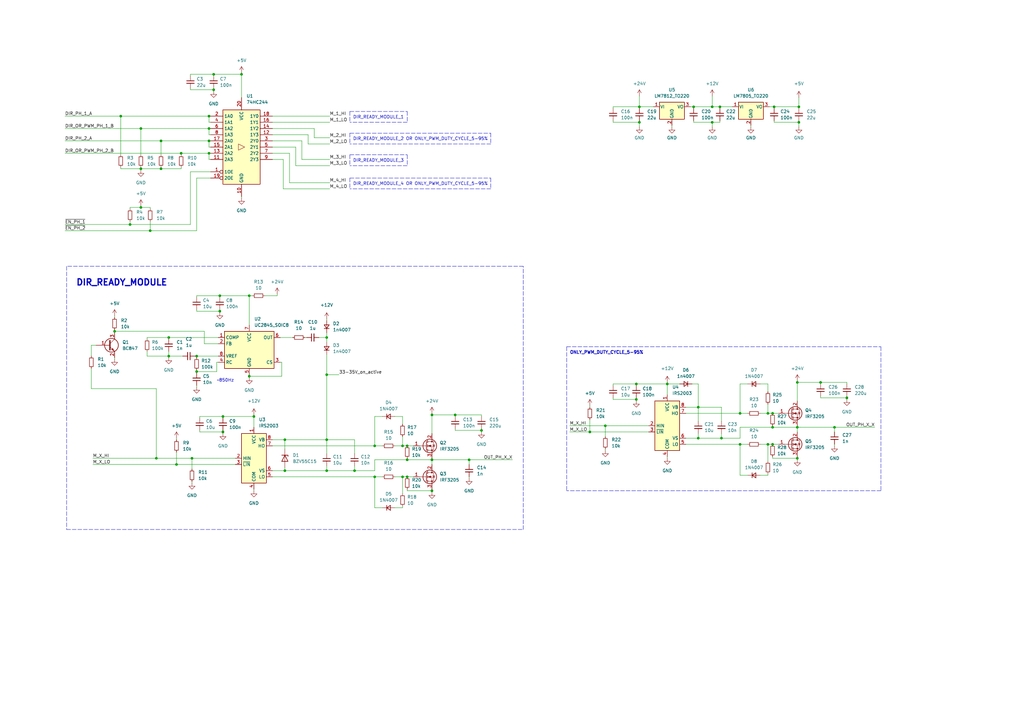
<source format=kicad_sch>
(kicad_sch (version 20211123) (generator eeschema)
  (paper "A3")
  (lib_symbols
    (symbol "74xx:74HC244"
      (property "Reference" "U" (at -7.62 16.51 0))
      (property "Value" "74HC244" (at -7.62 -16.51 0))
      (symbol "74HC244_1_0"
        (pin input inverted (at -12.7 -10.16 0) (length 5.08) (name "1OE") (number "1"))
        (pin power_in line (at 0 -20.32 90) (length 5.08) (name "GND") (number "10"))
        (pin input line (at -12.7 -5.08 0) (length 5.08) (name "2A3") (number "11"))
        (pin tri_state line (at 12.7 5.08 180) (length 5.08) (name "1Y3") (number "12"))
        (pin input line (at -12.7 -2.54 0) (length 5.08) (name "2A2") (number "13"))
        (pin tri_state line (at 12.7 7.62 180) (length 5.08) (name "1Y2") (number "14"))
        (pin input line (at -12.7 0 0) (length 5.08) (name "2A1") (number "15"))
        (pin tri_state line (at 12.7 10.16 180) (length 5.08) (name "1Y1") (number "16"))
        (pin input line (at -12.7 2.54 0) (length 5.08) (name "2A0") (number "17"))
        (pin tri_state line (at 12.7 12.7 180) (length 5.08) (name "1Y0") (number "18"))
        (pin input inverted (at -12.7 -12.7 0) (length 5.08) (name "2OE") (number "19"))
        (pin input line (at -12.7 12.7 0) (length 5.08) (name "1A0") (number "2"))
        (pin power_in line (at 0 20.32 270) (length 5.08) (name "VCC") (number "20"))
        (pin tri_state line (at 12.7 2.54 180) (length 5.08) (name "2Y0") (number "3"))
        (pin input line (at -12.7 10.16 0) (length 5.08) (name "1A1") (number "4"))
        (pin tri_state line (at 12.7 0 180) (length 5.08) (name "2Y1") (number "5"))
        (pin input line (at -12.7 7.62 0) (length 5.08) (name "1A2") (number "6"))
        (pin tri_state line (at 12.7 -2.54 180) (length 5.08) (name "2Y2") (number "7"))
        (pin input line (at -12.7 5.08 0) (length 5.08) (name "1A3") (number "8"))
        (pin tri_state line (at 12.7 -5.08 180) (length 5.08) (name "2Y3") (number "9"))
      )
    )
    (symbol "Device:C_Small" (pin_numbers hide) (pin_names (offset 0.254) hide)
      (property "Reference" "C" (at 0.254 1.778 0))
      (property "Value" "C_Small" (at 0.254 -2.032 0))
      (symbol "C_Small_1_1"
        (pin passive line (at 0 2.54 270) (length 2.032) (name "~") (number "1"))
        (pin passive line (at 0 -2.54 90) (length 2.032) (name "~") (number "2"))
      )
    )
    (symbol "Device:D_Small" (pin_numbers hide) (pin_names (offset 0.254) hide)
      (property "Reference" "D" (at -1.27 2.032 0))
      (property "Value" "D_Small" (at -3.81 -2.032 0))
      (symbol "D_Small_1_1"
        (pin passive line (at -2.54 0 0) (length 1.778) (name "K") (number "1"))
        (pin passive line (at 2.54 0 180) (length 1.778) (name "A") (number "2"))
      )
    )
    (symbol "Device:R_Small" (pin_numbers hide) (pin_names (offset 0.254) hide)
      (property "Reference" "R" (at 0.762 0.508 0))
      (property "Value" "R_Small" (at 0.762 -1.016 0))
      (symbol "R_Small_1_1"
        (pin passive line (at 0 2.54 270) (length 0.762) (name "~") (number "1"))
        (pin passive line (at 0 -2.54 90) (length 0.762) (name "~") (number "2"))
      )
    )
    (symbol "Diode:BZV55C15" (pin_numbers hide) (pin_names hide)
      (property "Reference" "D" (at 0 2.54 0))
      (property "Value" "BZV55C15" (at 0 -2.54 0))
      (symbol "BZV55C15_1_1"
        (pin passive line (at -3.81 0 0) (length 2.54) (name "K") (number "1"))
        (pin passive line (at 3.81 0 180) (length 2.54) (name "A") (number "2"))
      )
    )
    (symbol "Driver_FET:IRS2003"
      (property "Reference" "U" (at 1.27 13.335 0))
      (property "Value" "IRS2003" (at 1.27 11.43 0))
      (symbol "IRS2003_1_1"
        (pin power_in line (at 0 12.7 270) (length 2.54) (name "VCC") (number "1"))
        (pin input line (at -7.62 0 0) (length 2.54) (name "HIN") (number "2"))
        (pin input line (at -7.62 -2.54 0) (length 2.54) (name "~{LIN}") (number "3"))
        (pin power_in line (at 0 -12.7 90) (length 2.54) (name "COM") (number "4"))
        (pin output line (at 7.62 -7.62 180) (length 2.54) (name "LO") (number "5"))
        (pin passive line (at 7.62 -5.08 180) (length 2.54) (name "VS") (number "6"))
        (pin output line (at 7.62 5.08 180) (length 2.54) (name "HO") (number "7"))
        (pin passive line (at 7.62 7.62 180) (length 2.54) (name "VB") (number "8"))
      )
    )
    (symbol "Regulator_Controller:UC3844_SOIC8"
      (property "Reference" "U" (at 3.81 11.43 0))
      (property "Value" "UC3844_SOIC8" (at 3.81 8.89 0))
      (symbol "UC3844_SOIC8_1_1"
        (pin passive line (at -12.7 5.08 0) (length 2.54) (name "COMP") (number "1"))
        (pin input line (at -12.7 2.54 0) (length 2.54) (name "FB") (number "2"))
        (pin input line (at 12.7 -5.08 180) (length 2.54) (name "CS") (number "3"))
        (pin passive line (at -12.7 -5.08 0) (length 2.54) (name "RC") (number "4"))
        (pin power_in line (at 0 -10.16 90) (length 2.54) (name "GND") (number "5"))
        (pin output line (at 12.7 5.08 180) (length 2.54) (name "OUT") (number "6"))
        (pin power_in line (at 0 10.16 270) (length 2.54) (name "VCC") (number "7"))
        (pin power_out line (at -12.7 -2.54 0) (length 2.54) (name "VREF") (number "8"))
      )
    )
    (symbol "Regulator_Linear:LM7805_TO220" (pin_names (offset 0.254))
      (property "Reference" "U" (at -3.81 3.175 0))
      (property "Value" "LM7805_TO220" (at 0 3.175 0))
      (symbol "LM7805_TO220_1_1"
        (pin power_in line (at -7.62 0 0) (length 2.54) (name "VI") (number "1"))
        (pin power_in line (at 0 -7.62 90) (length 2.54) (name "GND") (number "2"))
        (pin power_out line (at 7.62 0 180) (length 2.54) (name "VO") (number "3"))
      )
    )
    (symbol "Regulator_Linear:LM7812_TO220" (pin_names (offset 0.254))
      (property "Reference" "U" (at -3.81 3.175 0))
      (property "Value" "LM7812_TO220" (at 0 3.175 0))
      (symbol "LM7812_TO220_1_1"
        (pin power_in line (at -7.62 0 0) (length 2.54) (name "VI") (number "1"))
        (pin power_in line (at 0 -7.62 90) (length 2.54) (name "GND") (number "2"))
        (pin power_out line (at 7.62 0 180) (length 2.54) (name "VO") (number "3"))
      )
    )
    (symbol "Transistor_BJT:BC847" (pin_names (offset 0) hide)
      (property "Reference" "Q" (at 5.08 1.905 0))
      (property "Value" "BC847" (at 5.08 0 0))
      (symbol "BC847_1_1"
        (pin input line (at -5.08 0 0) (length 5.715) (name "B") (number "1"))
        (pin passive line (at 2.54 -5.08 90) (length 2.54) (name "E") (number "2"))
        (pin passive line (at 2.54 5.08 270) (length 2.54) (name "C") (number "3"))
      )
    )
    (symbol "Transistor_FET:IRF3205" (pin_names hide)
      (property "Reference" "Q" (at 6.35 1.905 0))
      (property "Value" "IRF3205" (at 6.35 0 0))
      (symbol "IRF3205_1_1"
        (pin input line (at -5.08 0 0) (length 2.54) (name "G") (number "1"))
        (pin passive line (at 2.54 5.08 270) (length 2.54) (name "D") (number "2"))
        (pin passive line (at 2.54 -5.08 90) (length 2.54) (name "S") (number "3"))
      )
    )
    (symbol "power:+12V" (power) (pin_names (offset 0))
      (property "Value" "+12V" (at 0 3.556 0))
      (symbol "+12V_1_1"
        (pin power_in line (at 0 0 90) (length 0) hide (name "+12V") (number "1"))
      )
    )
    (symbol "power:+24V" (power) (pin_names (offset 0))
      (property "Value" "+24V" (at 0 3.556 0))
      (symbol "+24V_1_1"
        (pin power_in line (at 0 0 90) (length 0) hide (name "+24V") (number "1"))
      )
    )
    (symbol "power:+5V" (power) (pin_names (offset 0))
      (property "Value" "+5V" (at 0 3.556 0))
      (symbol "+5V_1_1"
        (pin power_in line (at 0 0 90) (length 0) hide (name "+5V") (number "1"))
      )
    )
    (symbol "power:GND" (power) (pin_names (offset 0))
      (property "Value" "GND" (at 0 -3.81 0))
      (symbol "GND_1_1"
        (pin power_in line (at 0 0 270) (length 0) hide (name "GND") (number "1"))
      )
    )
  )
  (junction (at 286.385 167.005))
  (junction (at 295.275 43.815))
  (junction (at 241.935 177.165))
  (junction (at 317.5 43.815))
  (junction (at 91.44 170.815))
  (junction (at 133.985 193.04))
  (junction (at 64.135 187.96))
  (junction (at 90.17 127.635))
  (junction (at 85.725 52.705))
  (junction (at 133.985 153.67))
  (junction (at 153.67 182.88))
  (junction (at 327.025 187.96))
  (junction (at 316.865 169.545))
  (junction (at 57.785 69.215))
  (junction (at 104.14 170.815))
  (junction (at 248.285 174.625))
  (junction (at 91.44 177.165))
  (junction (at 347.345 163.195))
  (junction (at 102.235 154.305))
  (junction (at 197.485 176.53))
  (junction (at 46.99 135.89))
  (junction (at 69.215 138.43))
  (junction (at 342.265 175.26))
  (junction (at 314.96 182.245))
  (junction (at 260.985 163.83))
  (junction (at 262.255 50.165))
  (junction (at 177.165 188.595))
  (junction (at 327.025 156.845))
  (junction (at 167.005 195.58))
  (junction (at 303.53 182.245))
  (junction (at 295.91 179.705))
  (junction (at 316.865 175.26))
  (junction (at 87.63 36.83))
  (junction (at 303.53 169.545))
  (junction (at 273.685 157.48))
  (junction (at 327.025 175.26))
  (junction (at 133.985 180.34))
  (junction (at 53.34 92.075))
  (junction (at 61.595 94.615))
  (junction (at 99.06 30.48))
  (junction (at 74.295 62.865))
  (junction (at 167.005 182.88))
  (junction (at 260.985 157.48))
  (junction (at 133.985 138.43))
  (junction (at 90.17 121.285))
  (junction (at 153.67 195.58))
  (junction (at 78.74 187.96))
  (junction (at 167.005 188.595))
  (junction (at 85.725 47.625))
  (junction (at 116.84 180.34))
  (junction (at 57.785 52.705))
  (junction (at 49.53 47.625))
  (junction (at 57.785 85.09))
  (junction (at 66.04 69.215))
  (junction (at 327.66 43.815))
  (junction (at 165.1 195.58))
  (junction (at 177.165 170.18))
  (junction (at 72.39 190.5))
  (junction (at 186.69 170.18))
  (junction (at 192.405 188.595))
  (junction (at 286.385 179.705))
  (junction (at 66.04 57.785))
  (junction (at 116.84 193.04))
  (junction (at 292.1 43.815))
  (junction (at 85.725 57.785))
  (junction (at 177.165 201.295))
  (junction (at 145.415 193.04))
  (junction (at 292.1 50.165))
  (junction (at 165.1 182.88))
  (junction (at 262.255 43.815))
  (junction (at 336.55 156.845))
  (junction (at 69.215 146.05))
  (junction (at 316.865 182.245))
  (junction (at 327.66 50.165))
  (junction (at 102.235 121.285))
  (junction (at 80.645 146.05))
  (junction (at 80.645 152.4))
  (junction (at 314.96 169.545))
  (junction (at 284.48 43.815))
  (junction (at 87.63 30.48))
  (junction (at 85.725 62.865))
  (wire (pts (xy 303.53 194.945) (xy 303.53 182.245)))
  (wire (pts (xy 61.595 90.805) (xy 61.595 94.615)))
  (wire (pts (xy 80.01 146.05) (xy 80.645 146.05)))
  (wire (pts (xy 80.645 94.615) (xy 80.645 73.025)))
  (wire (pts (xy 121.285 67.945) (xy 135.255 67.945)))
  (wire (pts (xy 99.06 80.645) (xy 99.06 81.28)))
  (wire (pts (xy 342.265 175.26) (xy 358.775 175.26)))
  (polyline (pts (xy 361.315 142.24) (xy 361.315 201.295)))
  (wire (pts (xy 275.59 51.435) (xy 275.59 52.07)))
  (wire (pts (xy 317.5 43.815) (xy 317.5 44.45)))
  (wire (pts (xy 114.935 148.59) (xy 115.57 148.59)))
  (wire (pts (xy 116.84 193.04) (xy 111.76 193.04)))
  (wire (pts (xy 69.215 138.43) (xy 69.215 139.065)))
  (wire (pts (xy 87.63 36.83) (xy 87.63 36.195)))
  (wire (pts (xy 85.725 55.245) (xy 85.725 52.705)))
  (wire (pts (xy 292.1 39.37) (xy 292.1 43.815)))
  (wire (pts (xy 314.96 165.735) (xy 314.96 169.545)))
  (wire (pts (xy 91.44 176.53) (xy 91.44 177.165)))
  (wire (pts (xy 251.46 49.53) (xy 251.46 50.165)))
  (wire (pts (xy 111.76 195.58) (xy 153.67 195.58)))
  (wire (pts (xy 153.67 188.595) (xy 153.67 193.04)))
  (wire (pts (xy 161.925 182.88) (xy 165.1 182.88)))
  (wire (pts (xy 133.985 180.34) (xy 133.985 186.055)))
  (wire (pts (xy 74.295 69.215) (xy 66.04 69.215)))
  (wire (pts (xy 165.1 170.815) (xy 161.925 170.815)))
  (wire (pts (xy 165.1 195.58) (xy 167.005 195.58)))
  (wire (pts (xy 347.345 156.845) (xy 336.55 156.845)))
  (wire (pts (xy 90.17 127.635) (xy 90.17 128.27)))
  (wire (pts (xy 37.465 159.385) (xy 64.135 159.385)))
  (wire (pts (xy 85.725 62.865) (xy 86.36 62.865)))
  (wire (pts (xy 123.825 57.785) (xy 123.825 65.405)))
  (wire (pts (xy 327.025 174.625) (xy 327.025 175.26)))
  (wire (pts (xy 57.785 52.705) (xy 85.725 52.705)))
  (wire (pts (xy 80.645 121.285) (xy 90.17 121.285)))
  (wire (pts (xy 327.66 43.815) (xy 327.66 44.45)))
  (wire (pts (xy 260.985 164.465) (xy 260.985 163.83)))
  (wire (pts (xy 78.105 70.485) (xy 78.105 92.075)))
  (wire (pts (xy 78.105 70.485) (xy 86.36 70.485)))
  (polyline (pts (xy 201.295 77.47) (xy 143.51 77.47)))
  (wire (pts (xy 57.785 69.215) (xy 57.785 69.85)))
  (wire (pts (xy 336.55 162.56) (xy 336.55 163.195)))
  (wire (pts (xy 303.53 175.26) (xy 303.53 179.705)))
  (wire (pts (xy 251.46 157.48) (xy 260.985 157.48)))
  (wire (pts (xy 85.725 57.785) (xy 86.36 57.785)))
  (wire (pts (xy 26.67 94.615) (xy 61.595 94.615)))
  (wire (pts (xy 177.165 169.545) (xy 177.165 170.18)))
  (wire (pts (xy 115.57 154.305) (xy 102.235 154.305)))
  (wire (pts (xy 126.365 59.055) (xy 135.255 59.055)))
  (polyline (pts (xy 201.295 73.025) (xy 201.295 77.47)))
  (wire (pts (xy 286.385 167.005) (xy 286.385 172.72)))
  (wire (pts (xy 37.465 151.13) (xy 37.465 159.385)))
  (wire (pts (xy 60.325 138.43) (xy 69.215 138.43)))
  (polyline (pts (xy 214.63 217.17) (xy 214.63 109.22)))
  (wire (pts (xy 57.785 84.455) (xy 57.785 85.09)))
  (wire (pts (xy 103.505 121.285) (xy 102.235 121.285)))
  (wire (pts (xy 78.105 36.83) (xy 87.63 36.83)))
  (polyline (pts (xy 167.005 50.165) (xy 143.51 50.165)))
  (wire (pts (xy 281.305 169.545) (xy 303.53 169.545)))
  (wire (pts (xy 303.53 179.705) (xy 295.91 179.705)))
  (wire (pts (xy 262.255 39.37) (xy 262.255 43.815)))
  (wire (pts (xy 38.1 187.96) (xy 64.135 187.96)))
  (wire (pts (xy 91.44 170.815) (xy 104.14 170.815)))
  (wire (pts (xy 165.1 173.99) (xy 165.1 170.815)))
  (wire (pts (xy 311.785 169.545) (xy 314.96 169.545)))
  (wire (pts (xy 317.5 50.165) (xy 327.66 50.165)))
  (wire (pts (xy 177.165 201.295) (xy 177.165 201.93)))
  (wire (pts (xy 292.1 50.165) (xy 292.1 52.07)))
  (wire (pts (xy 336.55 157.48) (xy 336.55 156.845)))
  (polyline (pts (xy 167.005 67.945) (xy 143.51 67.945)))
  (wire (pts (xy 317.5 43.815) (xy 327.66 43.815)))
  (wire (pts (xy 49.53 47.625) (xy 49.53 63.5)))
  (wire (pts (xy 85.725 65.405) (xy 85.725 62.865)))
  (wire (pts (xy 284.48 43.815) (xy 292.1 43.815)))
  (wire (pts (xy 74.295 62.865) (xy 74.295 63.5)))
  (wire (pts (xy 273.685 157.48) (xy 273.685 161.925)))
  (wire (pts (xy 99.06 30.48) (xy 99.06 40.005)))
  (wire (pts (xy 145.415 186.055) (xy 145.415 180.34)))
  (wire (pts (xy 262.255 50.165) (xy 262.255 49.53)))
  (wire (pts (xy 284.48 43.815) (xy 284.48 44.45)))
  (wire (pts (xy 241.935 172.085) (xy 241.935 177.165)))
  (wire (pts (xy 248.285 174.625) (xy 248.285 179.07)))
  (wire (pts (xy 66.04 68.58) (xy 66.04 69.215)))
  (wire (pts (xy 186.69 176.53) (xy 197.485 176.53)))
  (wire (pts (xy 26.67 62.865) (xy 74.295 62.865)))
  (wire (pts (xy 116.205 77.47) (xy 135.255 77.47)))
  (wire (pts (xy 85.725 52.705) (xy 86.36 52.705)))
  (polyline (pts (xy 167.005 45.72) (xy 167.005 50.165)))
  (wire (pts (xy 314.96 182.245) (xy 316.865 182.245)))
  (wire (pts (xy 165.1 207.645) (xy 165.1 208.28)))
  (polyline (pts (xy 27.305 217.17) (xy 214.63 217.17)))
  (wire (pts (xy 116.205 65.405) (xy 116.205 77.47)))
  (polyline (pts (xy 232.41 142.24) (xy 361.315 142.24)))
  (wire (pts (xy 80.645 127) (xy 80.645 127.635)))
  (wire (pts (xy 251.46 50.165) (xy 262.255 50.165)))
  (wire (pts (xy 233.68 174.625) (xy 248.285 174.625)))
  (wire (pts (xy 251.46 163.195) (xy 251.46 163.83)))
  (wire (pts (xy 327.025 156.21) (xy 327.025 156.845)))
  (wire (pts (xy 153.67 170.815) (xy 153.67 182.88)))
  (wire (pts (xy 53.34 85.725) (xy 53.34 85.09)))
  (wire (pts (xy 286.385 177.8) (xy 286.385 179.705)))
  (wire (pts (xy 262.255 50.165) (xy 262.255 52.07)))
  (wire (pts (xy 121.285 60.325) (xy 121.285 67.945)))
  (wire (pts (xy 74.295 68.58) (xy 74.295 69.215)))
  (wire (pts (xy 133.985 191.135) (xy 133.985 193.04)))
  (wire (pts (xy 60.325 146.05) (xy 60.325 144.145)))
  (wire (pts (xy 153.67 208.28) (xy 153.67 195.58)))
  (wire (pts (xy 66.04 69.215) (xy 57.785 69.215)))
  (wire (pts (xy 104.14 170.815) (xy 104.14 175.26)))
  (wire (pts (xy 342.265 175.26) (xy 342.265 177.165)))
  (wire (pts (xy 113.665 121.285) (xy 108.585 121.285)))
  (wire (pts (xy 327.025 187.96) (xy 327.025 188.595)))
  (wire (pts (xy 177.165 188.595) (xy 192.405 188.595)))
  (wire (pts (xy 102.235 154.94) (xy 102.235 154.305)))
  (wire (pts (xy 165.1 195.58) (xy 165.1 202.565)))
  (wire (pts (xy 284.48 50.165) (xy 292.1 50.165)))
  (wire (pts (xy 314.96 157.48) (xy 311.785 157.48)))
  (wire (pts (xy 116.84 180.34) (xy 116.84 184.15)))
  (wire (pts (xy 133.985 145.415) (xy 133.985 153.67)))
  (wire (pts (xy 316.865 174.625) (xy 316.865 175.26)))
  (wire (pts (xy 167.005 195.58) (xy 169.545 195.58)))
  (wire (pts (xy 281.305 182.245) (xy 303.53 182.245)))
  (wire (pts (xy 186.69 170.18) (xy 197.485 170.18)))
  (wire (pts (xy 69.215 146.05) (xy 69.215 146.685)))
  (wire (pts (xy 248.285 184.15) (xy 248.285 184.785)))
  (polyline (pts (xy 143.51 54.61) (xy 143.51 59.055)))
  (wire (pts (xy 153.67 188.595) (xy 167.005 188.595)))
  (wire (pts (xy 53.34 85.09) (xy 57.785 85.09)))
  (wire (pts (xy 153.67 182.88) (xy 156.845 182.88)))
  (wire (pts (xy 133.985 193.04) (xy 116.84 193.04)))
  (polyline (pts (xy 143.51 63.5) (xy 167.005 63.5)))
  (wire (pts (xy 311.785 194.945) (xy 314.96 194.945)))
  (wire (pts (xy 72.39 179.705) (xy 72.39 180.34)))
  (wire (pts (xy 241.935 177.165) (xy 266.065 177.165)))
  (wire (pts (xy 186.69 175.895) (xy 186.69 176.53)))
  (wire (pts (xy 161.925 208.28) (xy 165.1 208.28)))
  (wire (pts (xy 292.1 50.165) (xy 295.275 50.165)))
  (wire (pts (xy 80.645 158.115) (xy 80.645 158.75)))
  (polyline (pts (xy 167.005 63.5) (xy 167.005 67.945)))
  (wire (pts (xy 251.46 163.83) (xy 260.985 163.83)))
  (wire (pts (xy 347.345 163.195) (xy 336.55 163.195)))
  (wire (pts (xy 145.415 191.135) (xy 145.415 193.04)))
  (wire (pts (xy 316.865 187.96) (xy 327.025 187.96)))
  (wire (pts (xy 87.63 36.83) (xy 87.63 37.465)))
  (wire (pts (xy 78.74 197.485) (xy 78.74 198.12)))
  (polyline (pts (xy 214.63 109.22) (xy 27.305 109.22)))
  (wire (pts (xy 307.975 51.435) (xy 307.975 52.07)))
  (wire (pts (xy 116.84 191.77) (xy 116.84 193.04)))
  (wire (pts (xy 165.1 182.88) (xy 167.005 182.88)))
  (wire (pts (xy 156.845 170.815) (xy 153.67 170.815)))
  (wire (pts (xy 69.215 138.43) (xy 89.535 138.43)))
  (wire (pts (xy 26.67 52.705) (xy 57.785 52.705)))
  (wire (pts (xy 128.905 52.705) (xy 128.905 56.515)))
  (wire (pts (xy 177.165 170.18) (xy 177.165 177.8)))
  (wire (pts (xy 26.67 47.625) (xy 49.53 47.625)))
  (wire (pts (xy 295.275 43.815) (xy 300.355 43.815)))
  (wire (pts (xy 126.365 55.245) (xy 126.365 59.055)))
  (wire (pts (xy 111.76 65.405) (xy 116.205 65.405)))
  (wire (pts (xy 111.76 182.88) (xy 153.67 182.88)))
  (wire (pts (xy 46.99 135.89) (xy 83.82 135.89)))
  (wire (pts (xy 303.53 157.48) (xy 303.53 169.545)))
  (wire (pts (xy 130.81 138.43) (xy 133.985 138.43)))
  (wire (pts (xy 111.76 62.865) (xy 118.745 62.865)))
  (wire (pts (xy 88.9 148.59) (xy 88.9 152.4)))
  (wire (pts (xy 61.595 85.09) (xy 61.595 85.725)))
  (polyline (pts (xy 143.51 63.5) (xy 143.51 67.945)))
  (wire (pts (xy 303.53 169.545) (xy 306.705 169.545)))
  (wire (pts (xy 74.93 146.05) (xy 69.215 146.05)))
  (wire (pts (xy 89.535 146.05) (xy 80.645 146.05)))
  (wire (pts (xy 316.865 187.325) (xy 316.865 187.96)))
  (wire (pts (xy 81.915 177.165) (xy 91.44 177.165)))
  (wire (pts (xy 66.04 57.785) (xy 66.04 63.5)))
  (wire (pts (xy 114.935 138.43) (xy 120.015 138.43)))
  (wire (pts (xy 260.985 163.195) (xy 260.985 163.83)))
  (wire (pts (xy 177.165 188.595) (xy 177.165 190.5)))
  (wire (pts (xy 78.74 187.96) (xy 78.74 192.405)))
  (wire (pts (xy 327.025 175.26) (xy 316.865 175.26)))
  (wire (pts (xy 87.63 30.48) (xy 87.63 31.115)))
  (wire (pts (xy 167.005 182.88) (xy 169.545 182.88)))
  (wire (pts (xy 74.295 62.865) (xy 85.725 62.865)))
  (wire (pts (xy 87.63 30.48) (xy 99.06 30.48)))
  (wire (pts (xy 314.96 169.545) (xy 316.865 169.545)))
  (wire (pts (xy 347.345 156.845) (xy 347.345 157.48)))
  (wire (pts (xy 49.53 47.625) (xy 85.725 47.625)))
  (wire (pts (xy 78.105 31.115) (xy 78.105 30.48)))
  (wire (pts (xy 197.485 176.53) (xy 197.485 177.165)))
  (wire (pts (xy 26.67 57.785) (xy 66.04 57.785)))
  (wire (pts (xy 111.76 180.34) (xy 116.84 180.34)))
  (wire (pts (xy 113.665 120.65) (xy 113.665 121.285)))
  (wire (pts (xy 273.685 156.845) (xy 273.685 157.48)))
  (wire (pts (xy 46.99 135.89) (xy 46.99 136.525)))
  (wire (pts (xy 145.415 193.04) (xy 133.985 193.04)))
  (wire (pts (xy 133.985 138.43) (xy 133.985 140.335)))
  (wire (pts (xy 327.025 156.845) (xy 327.025 164.465)))
  (wire (pts (xy 192.405 195.58) (xy 192.405 196.215)))
  (wire (pts (xy 46.99 135.255) (xy 46.99 135.89)))
  (wire (pts (xy 26.67 92.075) (xy 53.34 92.075)))
  (wire (pts (xy 80.645 73.025) (xy 86.36 73.025)))
  (wire (pts (xy 311.785 182.245) (xy 314.96 182.245)))
  (wire (pts (xy 78.105 36.195) (xy 78.105 36.83)))
  (wire (pts (xy 78.105 30.48) (xy 87.63 30.48)))
  (wire (pts (xy 295.91 177.8) (xy 295.91 179.705)))
  (wire (pts (xy 61.595 94.615) (xy 80.645 94.615)))
  (wire (pts (xy 111.76 47.625) (xy 135.255 47.625)))
  (wire (pts (xy 316.865 169.545) (xy 319.405 169.545)))
  (wire (pts (xy 233.68 177.165) (xy 241.935 177.165)))
  (wire (pts (xy 91.44 171.45) (xy 91.44 170.815)))
  (polyline (pts (xy 143.51 45.72) (xy 143.51 50.165)))
  (wire (pts (xy 86.36 60.325) (xy 85.725 60.325)))
  (wire (pts (xy 125.095 138.43) (xy 125.73 138.43)))
  (wire (pts (xy 283.845 157.48) (xy 286.385 157.48)))
  (wire (pts (xy 295.275 43.815) (xy 295.275 44.45)))
  (wire (pts (xy 104.14 170.18) (xy 104.14 170.815)))
  (wire (pts (xy 286.385 179.705) (xy 281.305 179.705)))
  (wire (pts (xy 292.1 43.815) (xy 295.275 43.815)))
  (polyline (pts (xy 143.51 45.72) (xy 167.005 45.72)))
  (wire (pts (xy 102.235 133.35) (xy 102.235 121.285)))
  (wire (pts (xy 102.235 153.67) (xy 102.235 154.305)))
  (wire (pts (xy 153.67 195.58) (xy 156.845 195.58)))
  (wire (pts (xy 99.06 29.845) (xy 99.06 30.48)))
  (wire (pts (xy 53.34 90.805) (xy 53.34 92.075)))
  (wire (pts (xy 327.025 175.26) (xy 327.025 177.165)))
  (wire (pts (xy 90.17 121.285) (xy 90.17 121.92)))
  (wire (pts (xy 64.135 187.96) (xy 78.74 187.96)))
  (wire (pts (xy 186.69 170.815) (xy 186.69 170.18)))
  (wire (pts (xy 295.275 50.165) (xy 295.275 49.53)))
  (polyline (pts (xy 361.315 201.295) (xy 232.41 201.295)))
  (polyline (pts (xy 143.51 73.025) (xy 143.51 77.47)))
  (wire (pts (xy 286.385 157.48) (xy 286.385 167.005)))
  (wire (pts (xy 80.645 152.4) (xy 80.645 153.035)))
  (wire (pts (xy 273.685 157.48) (xy 278.765 157.48)))
  (wire (pts (xy 167.005 201.295) (xy 177.165 201.295)))
  (wire (pts (xy 260.985 158.115) (xy 260.985 157.48)))
  (wire (pts (xy 327.66 50.165) (xy 327.66 49.53)))
  (wire (pts (xy 306.705 194.945) (xy 303.53 194.945)))
  (wire (pts (xy 177.165 200.66) (xy 177.165 201.295)))
  (wire (pts (xy 251.46 43.815) (xy 251.46 44.45)))
  (wire (pts (xy 177.165 170.18) (xy 186.69 170.18)))
  (polyline (pts (xy 27.305 109.22) (xy 27.305 217.17)))
  (wire (pts (xy 128.905 56.515) (xy 135.255 56.515)))
  (wire (pts (xy 156.845 208.28) (xy 153.67 208.28)))
  (wire (pts (xy 317.5 49.53) (xy 317.5 50.165)))
  (wire (pts (xy 286.385 167.005) (xy 295.91 167.005)))
  (wire (pts (xy 57.785 68.58) (xy 57.785 69.215)))
  (wire (pts (xy 89.535 148.59) (xy 88.9 148.59)))
  (wire (pts (xy 177.165 188.595) (xy 167.005 188.595)))
  (wire (pts (xy 192.405 188.595) (xy 192.405 190.5)))
  (wire (pts (xy 316.865 182.245) (xy 319.405 182.245)))
  (wire (pts (xy 72.39 190.5) (xy 96.52 190.5)))
  (wire (pts (xy 111.76 52.705) (xy 128.905 52.705)))
  (wire (pts (xy 267.97 43.815) (xy 262.255 43.815)))
  (wire (pts (xy 37.465 141.605) (xy 37.465 146.05)))
  (wire (pts (xy 295.91 172.72) (xy 295.91 167.005)))
  (wire (pts (xy 177.165 187.96) (xy 177.165 188.595)))
  (wire (pts (xy 104.14 200.66) (xy 104.14 201.295)))
  (wire (pts (xy 327.66 43.815) (xy 327.66 40.005)))
  (wire (pts (xy 60.325 138.43) (xy 60.325 139.065)))
  (wire (pts (xy 197.485 170.815) (xy 197.485 170.18)))
  (wire (pts (xy 66.04 57.785) (xy 85.725 57.785)))
  (wire (pts (xy 248.285 174.625) (xy 266.065 174.625)))
  (wire (pts (xy 72.39 185.42) (xy 72.39 190.5)))
  (wire (pts (xy 111.76 50.165) (xy 135.255 50.165)))
  (polyline (pts (xy 143.51 54.61) (xy 201.295 54.61)))
  (wire (pts (xy 197.485 175.895) (xy 197.485 176.53)))
  (wire (pts (xy 241.935 166.37) (xy 241.935 167.005)))
  (wire (pts (xy 314.96 160.655) (xy 314.96 157.48)))
  (wire (pts (xy 260.985 157.48) (xy 273.685 157.48)))
  (wire (pts (xy 57.785 85.09) (xy 61.595 85.09)))
  (wire (pts (xy 167.005 200.66) (xy 167.005 201.295)))
  (wire (pts (xy 303.53 182.245) (xy 306.705 182.245)))
  (wire (pts (xy 86.36 55.245) (xy 85.725 55.245)))
  (wire (pts (xy 81.915 170.815) (xy 91.44 170.815)))
  (wire (pts (xy 85.725 60.325) (xy 85.725 57.785)))
  (wire (pts (xy 90.17 127.635) (xy 90.17 127)))
  (wire (pts (xy 118.745 74.93) (xy 135.255 74.93)))
  (wire (pts (xy 133.985 130.81) (xy 133.985 131.445)))
  (wire (pts (xy 57.785 52.705) (xy 57.785 63.5)))
  (wire (pts (xy 57.785 69.215) (xy 49.53 69.215)))
  (wire (pts (xy 327.025 175.26) (xy 342.265 175.26)))
  (wire (pts (xy 85.725 50.165) (xy 85.725 47.625)))
  (wire (pts (xy 38.1 190.5) (xy 72.39 190.5)))
  (wire (pts (xy 86.36 50.165) (xy 85.725 50.165)))
  (wire (pts (xy 69.215 146.05) (xy 60.325 146.05)))
  (wire (pts (xy 192.405 188.595) (xy 210.185 188.595)))
  (polyline (pts (xy 143.51 73.025) (xy 201.295 73.025)))
  (wire (pts (xy 347.345 163.195) (xy 347.345 163.83)))
  (wire (pts (xy 80.645 121.92) (xy 80.645 121.285)))
  (wire (pts (xy 133.985 138.43) (xy 133.985 136.525)))
  (wire (pts (xy 80.645 146.05) (xy 80.645 146.685)))
  (wire (pts (xy 347.345 162.56) (xy 347.345 163.195)))
  (wire (pts (xy 281.305 167.005) (xy 286.385 167.005)))
  (wire (pts (xy 78.74 187.96) (xy 96.52 187.96)))
  (wire (pts (xy 111.76 55.245) (xy 126.365 55.245)))
  (wire (pts (xy 161.925 195.58) (xy 165.1 195.58)))
  (wire (pts (xy 327.025 187.325) (xy 327.025 187.96)))
  (wire (pts (xy 115.57 148.59) (xy 115.57 154.305)))
  (wire (pts (xy 303.53 175.26) (xy 316.865 175.26)))
  (wire (pts (xy 88.9 152.4) (xy 80.645 152.4)))
  (wire (pts (xy 283.21 43.815) (xy 284.48 43.815)))
  (wire (pts (xy 81.915 176.53) (xy 81.915 177.165)))
  (wire (pts (xy 123.825 65.405) (xy 135.255 65.405)))
  (wire (pts (xy 273.685 187.325) (xy 273.685 187.96)))
  (wire (pts (xy 314.96 182.245) (xy 314.96 189.23)))
  (wire (pts (xy 116.84 180.34) (xy 133.985 180.34)))
  (wire (pts (xy 102.235 121.285) (xy 90.17 121.285)))
  (wire (pts (xy 86.36 65.405) (xy 85.725 65.405)))
  (wire (pts (xy 81.915 170.815) (xy 81.915 171.45)))
  (wire (pts (xy 85.725 47.625) (xy 86.36 47.625)))
  (wire (pts (xy 315.595 43.815) (xy 317.5 43.815)))
  (polyline (pts (xy 201.295 54.61) (xy 201.295 59.055)))
  (wire (pts (xy 111.76 60.325) (xy 121.285 60.325)))
  (wire (pts (xy 262.255 43.815) (xy 251.46 43.815)))
  (wire (pts (xy 53.34 92.075) (xy 78.105 92.075)))
  (wire (pts (xy 295.91 179.705) (xy 286.385 179.705)))
  (wire (pts (xy 133.985 153.67) (xy 133.985 180.34)))
  (polyline (pts (xy 201.295 59.055) (xy 143.51 59.055)))
  (wire (pts (xy 64.135 159.385) (xy 64.135 187.96)))
  (wire (pts (xy 91.44 177.8) (xy 91.44 177.165)))
  (wire (pts (xy 342.265 182.245) (xy 342.265 182.88)))
  (wire (pts (xy 133.985 153.67) (xy 139.065 153.67)))
  (wire (pts (xy 306.705 157.48) (xy 303.53 157.48)))
  (wire (pts (xy 327.025 156.845) (xy 336.55 156.845)))
  (wire (pts (xy 46.99 146.685) (xy 46.99 147.32)))
  (wire (pts (xy 167.005 187.96) (xy 167.005 188.595)))
  (wire (pts (xy 39.37 141.605) (xy 37.465 141.605)))
  (wire (pts (xy 49.53 69.215) (xy 49.53 68.58)))
  (wire (pts (xy 111.76 57.785) (xy 123.825 57.785)))
  (wire (pts (xy 80.645 151.765) (xy 80.645 152.4)))
  (wire (pts (xy 284.48 49.53) (xy 284.48 50.165)))
  (wire (pts (xy 46.99 129.54) (xy 46.99 130.175)))
  (polyline (pts (xy 232.41 142.24) (xy 232.41 201.295)))
  (wire (pts (xy 145.415 180.34) (xy 133.985 180.34)))
  (wire (pts (xy 327.66 50.165) (xy 327.66 52.07)))
  (wire (pts (xy 314.96 194.31) (xy 314.96 194.945)))
  (wire (pts (xy 251.46 157.48) (xy 251.46 158.115)))
  (wire (pts (xy 153.67 193.04) (xy 145.415 193.04)))
  (wire (pts (xy 80.645 127.635) (xy 90.17 127.635)))
  (wire (pts (xy 118.745 62.865) (xy 118.745 74.93)))
  (wire (pts (xy 69.215 144.145) (xy 69.215 146.05)))
  (wire (pts (xy 262.255 43.815) (xy 262.255 44.45)))
  (wire (pts (xy 83.82 140.97) (xy 83.82 135.89)))
  (wire (pts (xy 165.1 179.07) (xy 165.1 182.88)))
  (wire (pts (xy 89.535 140.97) (xy 83.82 140.97)))
  (text "DIR_READY_MODULE_4 OR ONLY_PWM_DUTY_CYCLE_5-95%" (at 144.78 76.2 0) (effects (font (size 1.27 1.27)) (justify left bottom)))
  (text "DIR_READY_MODULE_3" (at 144.78 66.675 0) (effects (font (size 1.27 1.27)) (justify left bottom)))
  (text "DIR_READY_MODULE_2 OR ONLY_PWM_DUTY_CYCLE_5-95%" (at 144.78 57.785 0) (effects (font (size 1.27 1.27)) (justify left bottom)))
  (text "ONLY_PWM_DUTY_CYCLE_5-95%" (at 233.68 145.415 0) (effects (font (size 1.27 1.27) (thickness 0.254) bold) (justify left bottom)))
  (text "DIR_READY_MODULE" (at 31.115 117.475 0) (effects (font (size 2.54 2.54) (thickness 0.508) bold) (justify left bottom)))
  (text "~850Hz" (at 88.9 156.845 0) (effects (font (size 1.27 1.27)) (justify left bottom)))
  (text "DIR_READY_MODULE_1" (at 144.78 48.895 0) (effects (font (size 1.27 1.27)) (justify left bottom)))
  (label "DIR_PH_1_A" (at 26.67 47.625 0))
  (label "DIR_OR_PWM_PH_1_B" (at 26.67 52.705 0))
  (label "M_X_HI" (at 233.68 174.625 0))
  (label "M_X_LO" (at 38.1 190.5 0))
  (label "OUT_PH_X_X" (at 210.185 188.595 180))
  (label "M_3_HI" (at 135.255 65.405 0))
  (label "M_2_HI" (at 135.255 56.515 0))
  (label "M_4_HI" (at 135.255 74.93 0))
  (label "M_1_HI" (at 135.255 47.625 0))
  (label "DIR_PH_2_A" (at 26.67 57.785 0))
  (label "DIR_OR_PWM_PH_2_B" (at 26.67 62.865 0))
  (label "M_1_LO" (at 135.255 50.165 0))
  (label "M_4_LO" (at 135.255 77.47 0))
  (label "M_3_LO" (at 135.255 67.945 0))
  (label "M_X_LO" (at 233.68 177.165 0))
  (label "33-35V_on_active" (at 139.065 153.67 0))
  (label "OUT_PH_X_X" (at 358.775 175.26 180))
  (label "~{EN_PH_2}" (at 26.67 94.615 0))
  (label "M_X_HI" (at 38.1 187.96 0))
  (label "~{EN_PH_1}" (at 26.67 92.075 0))
  (label "M_2_LO" (at 135.255 59.055 0))
  (symbol (lib_id "power:GND") (at 104.14 201.295 0) (unit 1)
    (property "Reference" "#PWR016" (effects hide))
    (property "Value" "GND" (at 104.14 206.375 0))
  )
  (symbol (lib_id "Device:C_Small") (at 145.415 188.595 0) (unit 1)
    (property "Reference" "C12" (at 147.955 187.3312 0) (effects (justify left)))
    (property "Value" "10n" (at 147.955 189.8712 0) (effects (justify left)))
  )
  (symbol (lib_id "Device:C_Small") (at 197.485 173.355 0) (unit 1)
    (property "Reference" "C15" (at 200.66 172.0912 0) (effects (justify left)))
    (property "Value" "220u" (at 200.66 174.6312 0) (effects (justify left)))
  )
  (symbol (lib_id "Device:R_Small") (at 53.34 88.265 180) (unit 1)
    (property "Reference" "R4" (at 55.88 86.9949 0) (effects (justify right)))
    (property "Value" "10k" (at 55.88 89.5349 0) (effects (justify right)))
  )
  (symbol (lib_id "power:GND") (at 327.66 52.07 0) (unit 1)
    (property "Reference" "#PWR037" (effects hide))
    (property "Value" "GND" (at 327.66 56.515 0))
  )
  (symbol (lib_id "Device:C_Small") (at 90.17 124.46 0) (unit 1)
    (property "Reference" "C8" (at 92.71 123.1962 0) (effects (justify left)))
    (property "Value" "100n" (at 92.71 125.7362 0) (effects (justify left)))
  )
  (symbol (lib_id "Device:D_Small") (at 309.245 194.945 0) (unit 1)
    (property "Reference" "D8" (at 309.245 189.23 0))
    (property "Value" "1N4007" (at 309.245 191.77 0))
  )
  (symbol (lib_id "Device:C_Small") (at 81.915 173.99 0) (unit 1)
    (property "Reference" "C6" (at 84.455 172.7262 0) (effects (justify left)))
    (property "Value" "10u" (at 84.455 175.2662 0) (effects (justify left)))
  )
  (symbol (lib_id "Device:R_Small") (at 106.045 121.285 270) (unit 1)
    (property "Reference" "R13" (at 106.045 115.57 90))
    (property "Value" "10" (at 106.045 118.11 90))
  )
  (symbol (lib_id "Device:R_Small") (at 167.005 198.12 180) (unit 1)
    (property "Reference" "R20" (at 168.91 196.8499 0) (effects (justify right)))
    (property "Value" "10k" (at 168.91 199.3899 0) (effects (justify right)))
  )
  (symbol (lib_id "Device:C_Small") (at 260.985 160.655 0) (unit 1)
    (property "Reference" "C18" (at 263.525 159.3912 0) (effects (justify left)))
    (property "Value" "100n" (at 263.525 161.9312 0) (effects (justify left)))
  )
  (symbol (lib_id "Device:C_Small") (at 192.405 193.04 0) (unit 1)
    (property "Reference" "C14" (at 195.58 191.7762 0) (effects (justify left)))
    (property "Value" "1n" (at 195.58 194.3162 0) (effects (justify left)))
  )
  (symbol (lib_id "power:GND") (at 99.06 81.28 0) (unit 1)
    (property "Reference" "#PWR013" (effects hide))
    (property "Value" "GND" (at 99.06 86.36 0))
  )
  (symbol (lib_id "Device:R_Small") (at 49.53 66.04 0) (unit 1)
    (property "Reference" "R3" (at 52.07 64.7699 0) (effects (justify left)))
    (property "Value" "10k" (at 52.07 67.3099 0) (effects (justify left)))
  )
  (symbol (lib_id "power:+12V") (at 133.985 130.81 0) (unit 1)
    (property "Reference" "#PWR018" (effects hide))
    (property "Value" "+12V" (at 133.985 125.095 0))
  )
  (symbol (lib_id "Device:C_Small") (at 347.345 160.02 0) (unit 1)
    (property "Reference" "C28" (at 350.52 158.7562 0) (effects (justify left)))
    (property "Value" "220u" (at 350.52 161.2962 0) (effects (justify left)))
  )
  (symbol (lib_id "Device:C_Small") (at 284.48 46.99 0) (unit 1)
    (property "Reference" "C20" (at 287.655 45.7262 0) (effects (justify left)))
    (property "Value" "100n" (at 287.655 48.2662 0) (effects (justify left)))
  )
  (symbol (lib_id "power:+5V") (at 72.39 179.705 0) (unit 1)
    (property "Reference" "#PWR06" (effects hide))
    (property "Value" "+5V" (at 72.39 174.625 0))
  )
  (symbol (lib_id "Device:R_Small") (at 60.325 141.605 0) (unit 1)
    (property "Reference" "R6" (at 62.23 140.3349 0) (effects (justify left)))
    (property "Value" "100k" (at 62.23 142.8749 0) (effects (justify left)))
  )
  (symbol (lib_id "Device:R_Small") (at 46.99 132.715 180) (unit 1)
    (property "Reference" "R2" (at 49.53 131.4449 0) (effects (justify right)))
    (property "Value" "10k" (at 49.53 133.9849 0) (effects (justify right)))
  )
  (symbol (lib_id "Device:D_Small") (at 281.305 157.48 180) (unit 1)
    (property "Reference" "D6" (at 281.305 151.765 0))
    (property "Value" "1n4007" (at 281.305 154.305 0))
  )
  (symbol (lib_id "Device:D_Small") (at 159.385 208.28 0) (unit 1)
    (property "Reference" "D5" (at 159.385 202.565 0))
    (property "Value" "1N4007" (at 159.385 205.105 0))
  )
  (symbol (lib_id "Device:R_Small") (at 57.785 66.04 0) (unit 1)
    (property "Reference" "R5" (at 60.325 64.7699 0) (effects (justify left)))
    (property "Value" "10k" (at 60.325 67.3099 0) (effects (justify left)))
  )
  (symbol (lib_id "power:GND") (at 292.1 52.07 0) (unit 1)
    (property "Reference" "#PWR032" (effects hide))
    (property "Value" "GND" (at 292.1 56.515 0))
  )
  (symbol (lib_id "power:GND") (at 197.485 177.165 0) (unit 1)
    (property "Reference" "#PWR022" (effects hide))
    (property "Value" "GND" (at 197.485 182.245 0))
  )
  (symbol (lib_id "Device:R_Small") (at 314.96 163.195 180) (unit 1)
    (property "Reference" "R25" (at 316.865 161.9249 0) (effects (justify right)))
    (property "Value" "10" (at 316.865 164.4649 0) (effects (justify right)))
  )
  (symbol (lib_id "power:+24V") (at 177.165 169.545 0) (unit 1)
    (property "Reference" "#PWR019" (effects hide))
    (property "Value" "+24V" (at 177.165 164.465 0))
  )
  (symbol (lib_id "Device:R_Small") (at 309.245 182.245 90) (unit 1)
    (property "Reference" "R24" (at 309.245 176.53 90))
    (property "Value" "10" (at 309.245 179.07 90))
  )
  (symbol (lib_id "Device:C_Small") (at 251.46 46.99 0) (unit 1)
    (property "Reference" "C16" (at 254.635 45.7262 0) (effects (justify left)))
    (property "Value" "100n" (at 254.635 48.2662 0) (effects (justify left)))
  )
  (symbol (lib_id "Device:R_Small") (at 316.865 184.785 180) (unit 1)
    (property "Reference" "R28" (at 318.77 183.5149 0) (effects (justify right)))
    (property "Value" "10k" (at 318.77 186.0549 0) (effects (justify right)))
  )
  (symbol (lib_id "power:GND") (at 78.74 198.12 0) (unit 1)
    (property "Reference" "#PWR07" (effects hide))
    (property "Value" "GND" (at 78.74 203.2 0))
  )
  (symbol (lib_id "power:GND") (at 347.345 163.83 0) (unit 1)
    (property "Reference" "#PWR039" (effects hide))
    (property "Value" "GND" (at 347.345 168.91 0))
  )
  (symbol (lib_id "power:GND") (at 90.17 128.27 0) (unit 1)
    (property "Reference" "#PWR010" (effects hide))
    (property "Value" "GND" (at 90.17 133.35 0))
  )
  (symbol (lib_id "Device:C_Small") (at 317.5 46.99 0) (unit 1)
    (property "Reference" "C24" (at 320.04 45.7262 0) (effects (justify left)))
    (property "Value" "100n" (at 320.04 48.2662 0) (effects (justify left)))
  )
  (symbol (lib_id "power:+12V") (at 104.14 170.18 0) (unit 1)
    (property "Reference" "#PWR015" (effects hide))
    (property "Value" "+12V" (at 104.14 164.465 0))
  )
  (symbol (lib_id "Device:C_Small") (at 80.645 124.46 0) (unit 1)
    (property "Reference" "C4" (at 83.185 123.1962 0) (effects (justify left)))
    (property "Value" "10u" (at 83.185 125.7362 0) (effects (justify left)))
  )
  (symbol (lib_id "power:GND") (at 69.215 146.685 0) (unit 1)
    (property "Reference" "#PWR05" (effects hide))
    (property "Value" "GND" (at 69.215 151.765 0))
  )
  (symbol (lib_id "power:+12V") (at 292.1 39.37 0) (unit 1)
    (property "Reference" "#PWR031" (effects hide))
    (property "Value" "+12V" (at 292.1 34.29 0))
  )
  (symbol (lib_id "Regulator_Linear:LM7812_TO220") (at 275.59 43.815 0) (unit 1)
    (property "Reference" "U5" (at 275.59 36.83 0))
    (property "Value" "LM7812_TO220" (at 275.59 39.37 0))
    (property "Footprint" "Package_TO_SOT_THT:TO-220-3_Vertical" (effects hide))
    (property "Datasheet" "https://www.onsemi.cn/PowerSolutions/document/MC7800-D.PDF" (effects hide))
  )
  (symbol (lib_id "Device:R_Small") (at 78.74 194.945 180) (unit 1)
    (property "Reference" "R11" (at 81.28 193.6749 0) (effects (justify right)))
    (property "Value" "10k" (at 81.28 196.2149 0) (effects (justify right)))
  )
  (symbol (lib_id "Device:C_Small") (at 69.215 141.605 180) (unit 1)
    (property "Reference" "C1" (at 72.39 140.3285 0) (effects (justify right)))
    (property "Value" "1n" (at 72.39 142.8685 0) (effects (justify right)))
  )
  (symbol (lib_id "Device:C_Small") (at 262.255 46.99 0) (unit 1)
    (property "Reference" "C19" (at 265.43 45.7262 0) (effects (justify left)))
    (property "Value" "22u" (at 265.43 48.2662 0) (effects (justify left)))
  )
  (symbol (lib_id "power:GND") (at 342.265 182.88 0) (unit 1)
    (property "Reference" "#PWR038" (effects hide))
    (property "Value" "GND" (at 342.265 187.96 0))
  )
  (symbol (lib_id "Device:C_Small") (at 77.47 146.05 270) (unit 1)
    (property "Reference" "C2" (at 77.4636 139.065 90))
    (property "Value" "1u" (at 77.4636 141.605 90))
  )
  (symbol (lib_id "Regulator_Linear:LM7805_TO220") (at 307.975 43.815 0) (unit 1)
    (property "Reference" "U6" (at 307.975 36.83 0))
    (property "Value" "LM7805_TO220" (at 307.975 39.37 0))
    (property "Footprint" "Package_TO_SOT_THT:TO-220-3_Vertical" (effects hide))
    (property "Datasheet" "https://www.onsemi.cn/PowerSolutions/document/MC7800-D.PDF" (effects hide))
  )
  (symbol (lib_id "Device:R_Small") (at 165.1 176.53 180) (unit 1)
    (property "Reference" "R17" (at 167.005 175.2599 0) (effects (justify right)))
    (property "Value" "10" (at 167.005 177.7999 0) (effects (justify right)))
  )
  (symbol (lib_id "Transistor_FET:IRF3205") (at 324.485 169.545 0) (unit 1)
    (property "Reference" "Q4" (at 330.2 168.2749 0) (effects (justify left)))
    (property "Value" "IRF3205" (at 330.2 170.8149 0) (effects (justify left)))
    (property "Footprint" "Package_TO_SOT_THT:TO-220-3_Vertical" (effects hide))
    (property "Datasheet" "http://www.irf.com/product-info/datasheets/data/irf3205.pdf" (effects hide))
  )
  (symbol (lib_id "Device:R_Small") (at 66.04 66.04 0) (unit 1)
    (property "Reference" "R8" (at 68.58 64.7699 0) (effects (justify left)))
    (property "Value" "10k" (at 68.58 67.3099 0) (effects (justify left)))
  )
  (symbol (lib_id "Device:C_Small") (at 295.275 46.99 0) (unit 1)
    (property "Reference" "C22" (at 297.815 45.7262 0) (effects (justify left)))
    (property "Value" "22u" (at 297.815 48.2662 0) (effects (justify left)))
  )
  (symbol (lib_id "power:GND") (at 177.165 201.93 0) (unit 1)
    (property "Reference" "#PWR020" (effects hide))
    (property "Value" "GND" (at 177.165 207.01 0))
  )
  (symbol (lib_id "Device:D_Small") (at 159.385 170.815 0) (unit 1)
    (property "Reference" "D4" (at 159.385 165.1 0))
    (property "Value" "1N4007" (at 159.385 167.64 0))
  )
  (symbol (lib_id "Transistor_BJT:BC847") (at 44.45 141.605 0) (unit 1)
    (property "Reference" "Q1" (at 50.165 140.3349 0) (effects (justify left)))
    (property "Value" "BC847" (at 50.165 142.8749 0) (effects (justify left)))
    (property "Footprint" "Package_TO_SOT_SMD:SOT-23" (effects hide))
    (property "Datasheet" "http://www.infineon.com/dgdl/Infineon-BC847SERIES_BC848SERIES_BC849SERIES_BC850SERIES-DS-v01_01-en.pdf?fileId=db3a304314dca389011541d4630a1657" (effects hide))
  )
  (symbol (lib_id "power:GND") (at 91.44 177.8 0) (unit 1)
    (property "Reference" "#PWR011" (effects hide))
    (property "Value" "GND" (at 91.44 182.88 0))
  )
  (symbol (lib_id "power:GND") (at 102.235 154.94 0) (unit 1)
    (property "Reference" "#PWR014" (effects hide))
    (property "Value" "GND" (at 102.235 160.02 0))
  )
  (symbol (lib_id "Device:C_Small") (at 286.385 175.26 0) (unit 1)
    (property "Reference" "C21" (at 288.925 173.9962 0) (effects (justify left)))
    (property "Value" "10u" (at 288.925 176.5362 0) (effects (justify left)))
  )
  (symbol (lib_id "Device:C_Small") (at 78.105 33.655 0) (unit 1)
    (property "Reference" "C3" (at 80.645 32.3912 0) (effects (justify left)))
    (property "Value" "22u" (at 80.645 34.9312 0) (effects (justify left)))
  )
  (symbol (lib_id "Device:R_Small") (at 37.465 148.59 180) (unit 1)
    (property "Reference" "R1" (at 40.005 147.3199 0) (effects (justify right)))
    (property "Value" "10k" (at 40.005 149.8599 0) (effects (justify right)))
  )
  (symbol (lib_id "Driver_FET:IRS2003") (at 104.14 187.96 0) (unit 1)
    (property "Reference" "U3" (at 106.1594 172.085 0) (effects (justify left)))
    (property "Value" "IRS2003" (at 106.1594 174.625 0) (effects (justify left)))
    (property "Datasheet" "https://www.infineon.com/dgdl/irs2003pbf.pdf?fileId=5546d462533600a401535675afec2780" (effects hide))
  )
  (symbol (lib_id "Device:R_Small") (at 241.935 169.545 180) (unit 1)
    (property "Reference" "R21" (at 244.475 168.2749 0) (effects (justify right)))
    (property "Value" "10k" (at 244.475 170.8149 0) (effects (justify right)))
  )
  (symbol (lib_id "Device:C_Small") (at 133.985 188.595 0) (unit 1)
    (property "Reference" "C11" (at 136.525 187.3312 0) (effects (justify left)))
    (property "Value" "10u" (at 136.525 189.8712 0) (effects (justify left)))
  )
  (symbol (lib_id "power:+5V") (at 99.06 29.845 0) (unit 1)
    (property "Reference" "#PWR012" (effects hide))
    (property "Value" "+5V" (at 99.06 24.765 0))
  )
  (symbol (lib_id "Device:R_Small") (at 167.005 185.42 180) (unit 1)
    (property "Reference" "R19" (at 168.91 184.1499 0) (effects (justify right)))
    (property "Value" "10k" (at 168.91 186.6899 0) (effects (justify right)))
  )
  (symbol (lib_id "Device:R_Small") (at 165.1 205.105 180) (unit 1)
    (property "Reference" "R18" (at 167.005 203.8349 0) (effects (justify right)))
    (property "Value" "10" (at 167.005 206.3749 0) (effects (justify right)))
  )
  (symbol (lib_id "Transistor_FET:IRF3205") (at 174.625 195.58 0) (unit 1)
    (property "Reference" "Q3" (at 180.34 194.3099 0) (effects (justify left)))
    (property "Value" "IRF3205" (at 180.34 196.8499 0) (effects (justify left)))
    (property "Footprint" "Package_TO_SOT_THT:TO-220-3_Vertical" (effects hide))
    (property "Datasheet" "http://www.irf.com/product-info/datasheets/data/irf3205.pdf" (effects hide))
  )
  (symbol (lib_id "Device:D_Small") (at 133.985 142.875 90) (unit 1)
    (property "Reference" "D3" (at 136.525 141.6049 90) (effects (justify right)))
    (property "Value" "1n4007" (at 136.525 144.1449 90) (effects (justify right)))
  )
  (symbol (lib_id "power:+12V") (at 273.685 156.845 0) (unit 1)
    (property "Reference" "#PWR028" (effects hide))
    (property "Value" "+12V" (at 273.685 151.13 0))
  )
  (symbol (lib_id "power:GND") (at 275.59 52.07 0) (unit 1)
    (property "Reference" "#PWR030" (effects hide))
    (property "Value" "GND" (at 275.59 56.515 0))
  )
  (symbol (lib_id "power:+24V") (at 262.255 39.37 0) (unit 1)
    (property "Reference" "#PWR026" (effects hide))
    (property "Value" "+24V" (at 262.255 34.29 0))
  )
  (symbol (lib_id "Transistor_FET:IRF3205") (at 324.485 182.245 0) (unit 1)
    (property "Reference" "Q5" (at 330.2 180.9749 0) (effects (justify left)))
    (property "Value" "IRF3205" (at 330.2 183.5149 0) (effects (justify left)))
    (property "Footprint" "Package_TO_SOT_THT:TO-220-3_Vertical" (effects hide))
    (property "Datasheet" "http://www.irf.com/product-info/datasheets/data/irf3205.pdf" (effects hide))
  )
  (symbol (lib_id "Device:R_Small") (at 122.555 138.43 270) (unit 1)
    (property "Reference" "R14" (at 122.555 132.08 90))
    (property "Value" "10" (at 122.555 134.62 90))
  )
  (symbol (lib_id "power:+5V") (at 241.935 166.37 0) (unit 1)
    (property "Reference" "#PWR023" (effects hide))
    (property "Value" "+5V" (at 241.935 161.29 0))
  )
  (symbol (lib_id "power:+5V") (at 46.99 129.54 0) (unit 1)
    (property "Reference" "#PWR01" (effects hide))
    (property "Value" "+5V" (at 46.99 124.46 0))
  )
  (symbol (lib_id "power:GND") (at 327.025 188.595 0) (unit 1)
    (property "Reference" "#PWR035" (effects hide))
    (property "Value" "GND" (at 327.025 193.675 0))
  )
  (symbol (lib_id "Device:R_Small") (at 80.645 149.225 0) (unit 1)
    (property "Reference" "R12" (at 82.55 147.9549 0) (effects (justify left)))
    (property "Value" "100k" (at 82.55 150.4949 0) (effects (justify left)))
  )
  (symbol (lib_id "power:+5V") (at 327.66 40.005 0) (unit 1)
    (property "Reference" "#PWR036" (effects hide))
    (property "Value" "+5V" (at 327.66 34.29 0))
  )
  (symbol (lib_id "Device:C_Small") (at 128.27 138.43 90) (unit 1)
    (property "Reference" "C10" (at 128.2763 132.08 90))
    (property "Value" "1u" (at 128.2763 134.62 90))
  )
  (symbol (lib_id "Device:C_Small") (at 295.91 175.26 0) (unit 1)
    (property "Reference" "C23" (at 298.45 173.9962 0) (effects (justify left)))
    (property "Value" "10n" (at 298.45 176.5362 0) (effects (justify left)))
  )
  (symbol (lib_id "power:GND") (at 46.99 147.32 0) (unit 1)
    (property "Reference" "#PWR02" (effects hide))
    (property "Value" "GND" (at 46.99 152.4 0))
  )
  (symbol (lib_id "Device:C_Small") (at 342.265 179.705 0) (unit 1)
    (property "Reference" "C27" (at 345.44 178.4412 0) (effects (justify left)))
    (property "Value" "1n" (at 345.44 180.9812 0) (effects (justify left)))
  )
  (symbol (lib_id "power:GND") (at 57.785 69.85 0) (unit 1)
    (property "Reference" "#PWR03" (effects hide))
    (property "Value" "GND" (at 57.785 74.93 0))
  )
  (symbol (lib_id "power:GND") (at 262.255 52.07 0) (unit 1)
    (property "Reference" "#PWR027" (effects hide))
    (property "Value" "GND" (at 262.255 56.515 0))
  )
  (symbol (lib_id "power:GND") (at 192.405 196.215 0) (unit 1)
    (property "Reference" "#PWR021" (effects hide))
    (property "Value" "GND" (at 192.405 201.295 0))
  )
  (symbol (lib_id "power:GND") (at 260.985 164.465 0) (unit 1)
    (property "Reference" "#PWR025" (effects hide))
    (property "Value" "GND" (at 260.985 169.545 0))
  )
  (symbol (lib_id "Device:R_Small") (at 61.595 88.265 180) (unit 1)
    (property "Reference" "R7" (at 64.135 86.9949 0) (effects (justify right)))
    (property "Value" "10k" (at 64.135 89.5349 0) (effects (justify right)))
  )
  (symbol (lib_id "Device:C_Small") (at 87.63 33.655 0) (unit 1)
    (property "Reference" "C7" (at 90.17 32.3912 0) (effects (justify left)))
    (property "Value" "100n" (at 90.17 34.9312 0) (effects (justify left)))
  )
  (symbol (lib_id "power:GND") (at 248.285 184.785 0) (unit 1)
    (property "Reference" "#PWR024" (effects hide))
    (property "Value" "GND" (at 248.285 189.865 0))
  )
  (symbol (lib_id "Device:R_Small") (at 248.285 181.61 180) (unit 1)
    (property "Reference" "R22" (at 250.825 180.3399 0) (effects (justify right)))
    (property "Value" "10k" (at 250.825 182.8799 0) (effects (justify right)))
  )
  (symbol (lib_id "Device:D_Small") (at 309.245 157.48 0) (unit 1)
    (property "Reference" "D7" (at 309.245 151.765 0))
    (property "Value" "1N4007" (at 309.245 154.305 0))
  )
  (symbol (lib_id "Regulator_Controller:UC3844_SOIC8") (at 102.235 143.51 0) (unit 1)
    (property "Reference" "U2" (at 104.2544 130.81 0) (effects (justify left)))
    (property "Value" "UC2845_SOIC8" (at 104.2544 133.35 0) (effects (justify left)))
    (property "Footprint" "Package_SO:SOIC-8_3.9x4.9mm_P1.27mm" (effects hide))
    (property "Datasheet" "http://www.ti.com/lit/ds/symlink/uc3842.pdf" (effects hide))
  )
  (symbol (lib_id "Device:C_Small") (at 80.645 155.575 180) (unit 1)
    (property "Reference" "C5" (at 83.185 154.2985 0) (effects (justify right)))
    (property "Value" "10n" (at 83.185 156.8385 0) (effects (justify right)))
  )
  (symbol (lib_id "Device:C_Small") (at 251.46 160.655 0) (unit 1)
    (property "Reference" "C17" (at 254.635 159.3912 0) (effects (justify left)))
    (property "Value" "10u" (at 254.635 161.9312 0) (effects (justify left)))
  )
  (symbol (lib_id "74xx:74HC244") (at 99.06 60.325 0) (unit 1)
    (property "Reference" "U1" (at 101.0794 39.37 0) (effects (justify left)))
    (property "Value" "74HC244" (at 101.0794 41.91 0) (effects (justify left)))
    (property "Datasheet" "https://assets.nexperia.com/documents/data-sheet/74HC_HCT244.pdf" (effects hide))
  )
  (symbol (lib_id "power:GND") (at 307.975 52.07 0) (unit 1)
    (property "Reference" "#PWR033" (effects hide))
    (property "Value" "GND" (at 307.975 56.515 0))
  )
  (symbol (lib_id "Device:C_Small") (at 91.44 173.99 0) (unit 1)
    (property "Reference" "C9" (at 93.98 172.7262 0) (effects (justify left)))
    (property "Value" "100n" (at 93.98 175.2662 0) (effects (justify left)))
  )
  (symbol (lib_id "Device:C_Small") (at 327.66 46.99 0) (unit 1)
    (property "Reference" "C25" (at 330.835 45.7262 0) (effects (justify left)))
    (property "Value" "22u" (at 330.835 48.2662 0) (effects (justify left)))
  )
  (symbol (lib_id "power:GND") (at 80.645 158.75 0) (unit 1)
    (property "Reference" "#PWR08" (effects hide))
    (property "Value" "GND" (at 80.645 163.83 0))
  )
  (symbol (lib_id "Driver_FET:IRS2003") (at 273.685 174.625 0) (unit 1)
    (property "Reference" "U4" (at 275.7044 158.75 0) (effects (justify left)))
    (property "Value" "IRS2003" (at 275.7044 161.29 0) (effects (justify left)))
    (property "Datasheet" "https://www.infineon.com/dgdl/irs2003pbf.pdf?fileId=5546d462533600a401535675afec2780" (effects hide))
  )
  (symbol (lib_id "Device:R_Small") (at 72.39 182.88 180) (unit 1)
    (property "Reference" "R9" (at 74.93 181.6099 0) (effects (justify right)))
    (property "Value" "10k" (at 74.93 184.1499 0) (effects (justify right)))
  )
  (symbol (lib_id "Device:R_Small") (at 159.385 195.58 90) (unit 1)
    (property "Reference" "R16" (at 159.385 189.865 90))
    (property "Value" "10" (at 159.385 192.405 90))
  )
  (symbol (lib_id "power:GND") (at 273.685 187.96 0) (unit 1)
    (property "Reference" "#PWR029" (effects hide))
    (property "Value" "GND" (at 273.685 193.04 0))
  )
  (symbol (lib_id "Device:R_Small") (at 316.865 172.085 180) (unit 1)
    (property "Reference" "R27" (at 318.77 170.8149 0) (effects (justify right)))
    (property "Value" "10k" (at 318.77 173.3549 0) (effects (justify right)))
  )
  (symbol (lib_id "Diode:BZV55C15") (at 116.84 187.96 270) (unit 1)
    (property "Reference" "D1" (at 120.015 186.6899 90) (effects (justify left)))
    (property "Value" "BZV55C15" (at 120.015 189.2299 90) (effects (justify left)))
    (property "Footprint" "Diode_SMD:D_MiniMELF" (effects hide))
    (property "Datasheet" "https://assets.nexperia.com/documents/data-sheet/BZV55_SER.pdf" (effects hide))
  )
  (symbol (lib_id "power:+24V") (at 327.025 156.21 0) (unit 1)
    (property "Reference" "#PWR034" (effects hide))
    (property "Value" "+24V" (at 327.025 151.13 0))
  )
  (symbol (lib_id "Device:C_Small") (at 336.55 160.02 0) (unit 1)
    (property "Reference" "C26" (at 339.725 158.7562 0) (effects (justify left)))
    (property "Value" "100n" (at 339.725 161.2962 0) (effects (justify left)))
  )
  (symbol (lib_id "Transistor_FET:IRF3205") (at 174.625 182.88 0) (unit 1)
    (property "Reference" "Q2" (at 180.34 181.6099 0) (effects (justify left)))
    (property "Value" "IRF3205" (at 180.34 184.1499 0) (effects (justify left)))
    (property "Footprint" "Package_TO_SOT_THT:TO-220-3_Vertical" (effects hide))
    (property "Datasheet" "http://www.irf.com/product-info/datasheets/data/irf3205.pdf" (effects hide))
  )
  (symbol (lib_id "power:+24V") (at 113.665 120.65 0) (unit 1)
    (property "Reference" "#PWR017" (effects hide))
    (property "Value" "+24V" (at 113.665 115.57 0))
  )
  (symbol (lib_id "Device:D_Small") (at 133.985 133.985 90) (unit 1)
    (property "Reference" "D2" (at 136.525 132.7149 90) (effects (justify right)))
    (property "Value" "1n4007" (at 136.525 135.2549 90) (effects (justify right)))
  )
  (symbol (lib_id "Device:R_Small") (at 309.245 169.545 90) (unit 1)
    (property "Reference" "R23" (at 309.245 163.83 90))
    (property "Value" "10" (at 309.245 166.37 90))
  )
  (symbol (lib_id "Device:R_Small") (at 159.385 182.88 90) (unit 1)
    (property "Reference" "R15" (at 159.385 177.165 90))
    (property "Value" "10" (at 159.385 179.705 90))
  )
  (symbol (lib_id "power:GND") (at 87.63 37.465 0) (unit 1)
    (property "Reference" "#PWR09" (effects hide))
    (property "Value" "GND" (at 87.63 42.545 0))
  )
  (symbol (lib_id "Device:C_Small") (at 186.69 173.355 0) (unit 1)
    (property "Reference" "C13" (at 189.865 172.0912 0) (effects (justify left)))
    (property "Value" "100n" (at 189.865 174.6312 0) (effects (justify left)))
  )
  (symbol (lib_id "power:+5V") (at 57.785 84.455 0) (unit 1)
    (property "Reference" "#PWR04" (effects hide))
    (property "Value" "+5V" (at 57.785 79.375 0))
  )
  (symbol (lib_id "Device:R_Small") (at 74.295 66.04 0) (unit 1)
    (property "Reference" "R10" (at 76.835 64.7699 0) (effects (justify left)))
    (property "Value" "10k" (at 76.835 67.3099 0) (effects (justify left)))
  )
  (symbol (lib_id "Device:R_Small") (at 314.96 191.77 180) (unit 1)
    (property "Reference" "R26" (at 316.865 190.4999 0) (effects (justify right)))
    (property "Value" "10" (at 316.865 193.0399 0) (effects (justify right)))
  )
)
</source>
